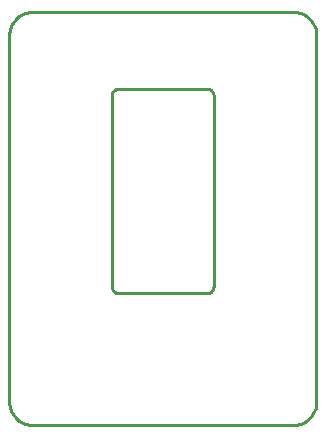
<source format=gbr>
G04 EAGLE Gerber RS-274X export*
G75*
%MOMM*%
%FSLAX34Y34*%
%LPD*%
%IN*%
%IPPOS*%
%AMOC8*
5,1,8,0,0,1.08239X$1,22.5*%
G01*
G04 Define Apertures*
%ADD10C,0.254000*%
D10*
X-130000Y-180000D02*
X-129924Y-181743D01*
X-129696Y-183473D01*
X-129319Y-185176D01*
X-128794Y-186840D01*
X-128126Y-188452D01*
X-127321Y-190000D01*
X-126383Y-191472D01*
X-125321Y-192856D01*
X-124142Y-194142D01*
X-122856Y-195321D01*
X-121472Y-196383D01*
X-120000Y-197321D01*
X-118452Y-198126D01*
X-116840Y-198794D01*
X-115176Y-199319D01*
X-113473Y-199696D01*
X-111743Y-199924D01*
X-110000Y-200000D01*
X110000Y-200000D01*
X111743Y-199924D01*
X113473Y-199696D01*
X115176Y-199319D01*
X116840Y-198794D01*
X118452Y-198126D01*
X120000Y-197321D01*
X121472Y-196383D01*
X122856Y-195321D01*
X124142Y-194142D01*
X125321Y-192856D01*
X126383Y-191472D01*
X127321Y-190000D01*
X128126Y-188452D01*
X128794Y-186840D01*
X129319Y-185176D01*
X129696Y-183473D01*
X129924Y-181743D01*
X130000Y-180000D01*
X130000Y130000D01*
X129924Y131743D01*
X129696Y133473D01*
X129319Y135176D01*
X128794Y136840D01*
X128126Y138452D01*
X127321Y140000D01*
X126383Y141472D01*
X125321Y142856D01*
X124142Y144142D01*
X122856Y145321D01*
X121472Y146383D01*
X120000Y147321D01*
X118452Y148126D01*
X116840Y148794D01*
X115176Y149319D01*
X113473Y149696D01*
X111743Y149924D01*
X110000Y150000D01*
X-110000Y150000D01*
X-111743Y149924D01*
X-113473Y149696D01*
X-115176Y149319D01*
X-116840Y148794D01*
X-118452Y148126D01*
X-120000Y147321D01*
X-121472Y146383D01*
X-122856Y145321D01*
X-124142Y144142D01*
X-125321Y142856D01*
X-126383Y141472D01*
X-127321Y140000D01*
X-128126Y138452D01*
X-128794Y136840D01*
X-129319Y135176D01*
X-129696Y133473D01*
X-129924Y131743D01*
X-130000Y130000D01*
X-130000Y-180000D01*
X-43180Y-83058D02*
X-43161Y-83501D01*
X-43103Y-83940D01*
X-43007Y-84373D01*
X-42874Y-84795D01*
X-42704Y-85205D01*
X-42499Y-85598D01*
X-42261Y-85972D01*
X-41992Y-86323D01*
X-41692Y-86650D01*
X-41365Y-86950D01*
X-41014Y-87219D01*
X-40640Y-87457D01*
X-40247Y-87662D01*
X-39837Y-87832D01*
X-39415Y-87965D01*
X-38982Y-88061D01*
X-38543Y-88119D01*
X-38100Y-88138D01*
X37846Y-88138D01*
X38289Y-88119D01*
X38728Y-88061D01*
X39161Y-87965D01*
X39583Y-87832D01*
X39993Y-87662D01*
X40386Y-87457D01*
X40760Y-87219D01*
X41111Y-86950D01*
X41438Y-86650D01*
X41738Y-86323D01*
X42007Y-85972D01*
X42245Y-85598D01*
X42450Y-85205D01*
X42620Y-84795D01*
X42753Y-84373D01*
X42849Y-83940D01*
X42907Y-83501D01*
X42926Y-83058D01*
X42926Y79502D01*
X42907Y79945D01*
X42849Y80384D01*
X42753Y80817D01*
X42620Y81239D01*
X42450Y81649D01*
X42245Y82042D01*
X42007Y82416D01*
X41738Y82767D01*
X41438Y83094D01*
X41111Y83394D01*
X40760Y83663D01*
X40386Y83901D01*
X39993Y84106D01*
X39583Y84276D01*
X39161Y84409D01*
X38728Y84505D01*
X38289Y84563D01*
X37846Y84582D01*
X-38100Y84582D01*
X-38543Y84563D01*
X-38982Y84505D01*
X-39415Y84409D01*
X-39837Y84276D01*
X-40247Y84106D01*
X-40640Y83901D01*
X-41014Y83663D01*
X-41365Y83394D01*
X-41692Y83094D01*
X-41992Y82767D01*
X-42261Y82416D01*
X-42499Y82042D01*
X-42704Y81649D01*
X-42874Y81239D01*
X-43007Y80817D01*
X-43103Y80384D01*
X-43161Y79945D01*
X-43180Y79502D01*
X-43180Y-83058D01*
M02*

</source>
